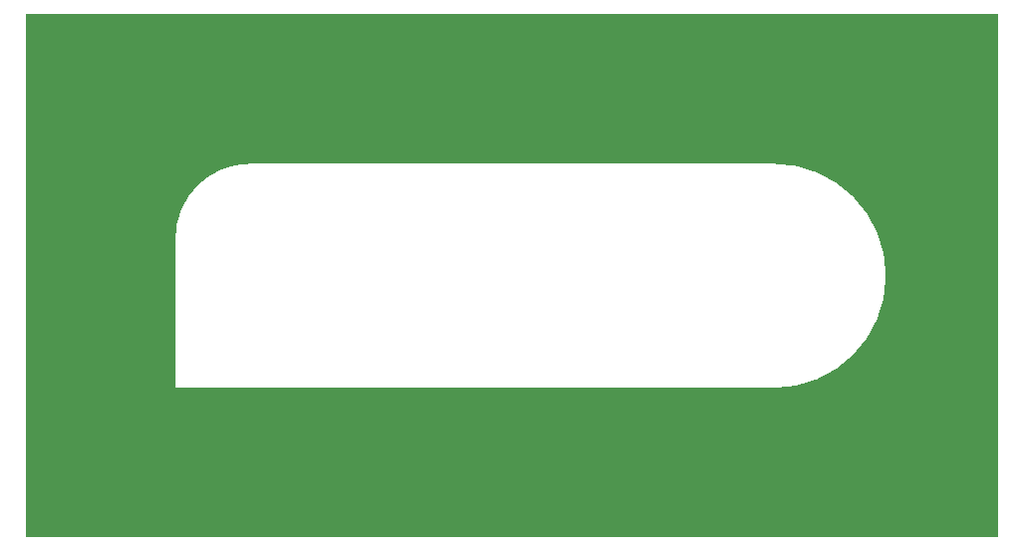
<source format=gbr>
G04 Ucamco ex. 2: Shapes*
%TF.GerberVersion,J1*%
%TF.Part,Other*%
%FSLAX23Y23*%
%MOIN*%
%LPD*%
%SRX1Y1I0J0*%
G04 Define Apertures*
%AMTARGET125*
6,0,0,0.125,.01,0.01,3,0.00
3,0.150,0*%
%AMTHERMAL80*
7,0,0,0.080,0.055,0.0125,45
*%
%ADD10C,0.01*%
%ADD11C,0.06*%
%ADD12R,0.06X0.06*%
%ADD13R,0.04X0.100*%
%ADD14R,0.100X0.04*%
%ADD15O,0.04X0.100*%
%ADD16P,0.100X3*%
%ADD17P,0.100X3*%
%ADD18TARGET125*%
%ADD19THERMAL80*%
G04 Start image generation*
G75*
D10*
G36*
X500Y2000D02*
G01Y3750D01*
G01X3750D01*
G01Y2000D01*
G01X500D01*
G37*
%LPC*%
G36*
X1000Y2500D02*
G01Y3000D01*
G74*
G02X1250Y3250I250J0D01*
G01X3000D01*
G75*
G02X3000Y2500I0J-375D01*
G01X1000D01*
G37*
M02*
</source>
